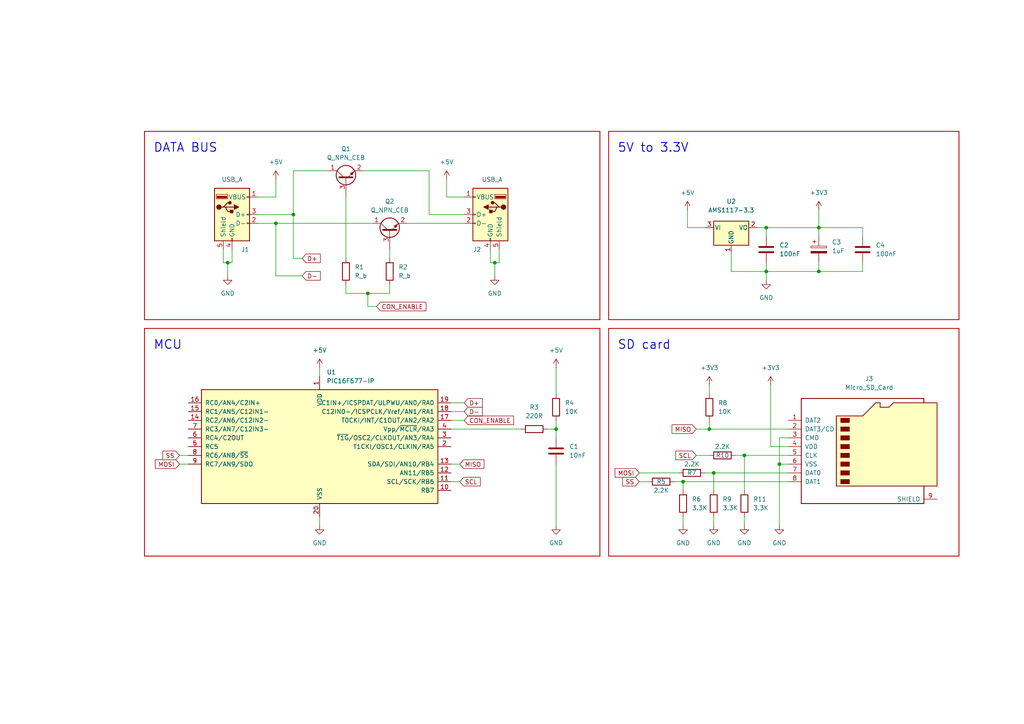
<source format=kicad_sch>
(kicad_sch (version 20211123) (generator eeschema)
  (paper "A4")
  (lib_symbols
    (symbol "Connector:Micro_SD_Card" (pin_names (offset 1.016))
      (property "Reference" "J" (at -16.51 15.24 0))
      (property "Value" "Micro_SD_Card" (at 16.51 15.24 0))
      (symbol "Micro_SD_Card_0_1"
        (rectangle (start -7.62 -9.525) (end -5.08 -10.795) (fill (type outline)))
        (rectangle (start -7.62 -6.985) (end -5.08 -8.255) (fill (type outline)))
        (rectangle (start -7.62 -4.445) (end -5.08 -5.715) (fill (type outline)))
        (rectangle (start -7.62 -1.905) (end -5.08 -3.175) (fill (type outline)))
        (rectangle (start -7.62 0.635) (end -5.08 -0.635) (fill (type outline)))
        (rectangle (start -7.62 3.175) (end -5.08 1.905) (fill (type outline)))
        (rectangle (start -7.62 5.715) (end -5.08 4.445) (fill (type outline)))
        (rectangle (start -7.62 8.255) (end -5.08 6.985) (fill (type outline)))
        (polyline (pts (xy 16.51 12.7) (xy 16.51 13.97) (xy -19.05 13.97) (xy -19.05 -16.51) (xy 16.51 -16.51) (xy 16.51 -11.43)) (stroke (width 0.254)))
        (polyline (pts (xy -8.89 -11.43) (xy -8.89 8.89) (xy -1.27 8.89) (xy 2.54 12.7) (xy 3.81 12.7) (xy 3.81 11.43) (xy 6.35 11.43) (xy 7.62 12.7) (xy 20.32 12.7) (xy 20.32 -11.43) (xy -8.89 -11.43)) (stroke (width 0.254)) (fill (type background)))
      )
      (symbol "Micro_SD_Card_1_1"
        (pin bidirectional line (at -22.86 7.62 0) (length 3.81) (name "DAT2") (number "1"))
        (pin bidirectional line (at -22.86 5.08 0) (length 3.81) (name "DAT3/CD") (number "2"))
        (pin input line (at -22.86 2.54 0) (length 3.81) (name "CMD") (number "3"))
        (pin power_in line (at -22.86 0 0) (length 3.81) (name "VDD") (number "4"))
        (pin input line (at -22.86 -2.54 0) (length 3.81) (name "CLK") (number "5"))
        (pin power_in line (at -22.86 -5.08 0) (length 3.81) (name "VSS") (number "6"))
        (pin bidirectional line (at -22.86 -7.62 0) (length 3.81) (name "DAT0") (number "7"))
        (pin bidirectional line (at -22.86 -10.16 0) (length 3.81) (name "DAT1") (number "8"))
        (pin passive line (at 20.32 -15.24 180) (length 3.81) (name "SHIELD") (number "9"))
      )
    )
    (symbol "Connector:USB_A" (pin_names (offset 1.016))
      (property "Reference" "J" (at -5.08 11.43 0))
      (property "Value" "USB_A" (at -5.08 8.89 0))
      (symbol "USB_A_0_1"
        (rectangle (start -5.08 -7.62) (end 5.08 7.62) (stroke (width 0.254)) (fill (type background)))
        (circle (center -3.81 2.159) (radius 0.635) (stroke (width 0.254)) (fill (type outline)))
        (rectangle (start -1.524 4.826) (end -4.318 5.334) (fill (type outline)))
        (rectangle (start -1.27 4.572) (end -4.572 5.842))
        (circle (center -0.635 3.429) (radius 0.381) (stroke (width 0.254)) (fill (type outline)))
        (rectangle (start -0.127 -7.62) (end 0.127 -6.858))
        (polyline (pts (xy -3.175 2.159) (xy -2.54 2.159) (xy -1.27 3.429) (xy -0.635 3.429)) (stroke (width 0.254)))
        (polyline (pts (xy -2.54 2.159) (xy -1.905 2.159) (xy -1.27 0.889) (xy 0 0.889)) (stroke (width 0.254)))
        (polyline (pts (xy 0.635 2.794) (xy 0.635 1.524) (xy 1.905 2.159) (xy 0.635 2.794)) (stroke (width 0.254)) (fill (type outline)))
        (rectangle (start 0.254 1.27) (end -0.508 0.508) (stroke (width 0.254)) (fill (type outline)))
        (rectangle (start 5.08 -2.667) (end 4.318 -2.413))
        (rectangle (start 5.08 -0.127) (end 4.318 0.127))
        (rectangle (start 5.08 4.953) (end 4.318 5.207))
      )
      (symbol "USB_A_1_1"
        (polyline (pts (xy -1.905 2.159) (xy 0.635 2.159)) (stroke (width 0.254)))
        (pin power_in line (at 7.62 5.08 180) (length 2.54) (name "VBUS") (number "1"))
        (pin bidirectional line (at 7.62 -2.54 180) (length 2.54) (name "D-") (number "2"))
        (pin bidirectional line (at 7.62 0 180) (length 2.54) (name "D+") (number "3"))
        (pin power_in line (at 0 -10.16 90) (length 2.54) (name "GND") (number "4"))
        (pin passive line (at -2.54 -10.16 90) (length 2.54) (name "Shield") (number "5"))
      )
    )
    (symbol "Device:C" (pin_numbers hide) (pin_names (offset 0.254))
      (property "Reference" "C" (at 0.635 2.54 0))
      (property "Value" "C" (at 0.635 -2.54 0))
      (symbol "C_0_1"
        (polyline (pts (xy -2.032 -0.762) (xy 2.032 -0.762)) (stroke (width 0.508)))
        (polyline (pts (xy -2.032 0.762) (xy 2.032 0.762)) (stroke (width 0.508)))
      )
      (symbol "C_1_1"
        (pin passive line (at 0 3.81 270) (length 2.794) (name "~") (number "1"))
        (pin passive line (at 0 -3.81 90) (length 2.794) (name "~") (number "2"))
      )
    )
    (symbol "Device:C_Polarized" (pin_numbers hide) (pin_names (offset 0.254))
      (property "Reference" "C" (at 0.635 2.54 0))
      (property "Value" "C_Polarized" (at 0.635 -2.54 0))
      (symbol "C_Polarized_0_1"
        (rectangle (start -2.286 0.508) (end 2.286 1.016))
        (polyline (pts (xy -1.778 2.286) (xy -0.762 2.286)))
        (polyline (pts (xy -1.27 2.794) (xy -1.27 1.778)))
        (rectangle (start 2.286 -0.508) (end -2.286 -1.016) (fill (type outline)))
      )
      (symbol "C_Polarized_1_1"
        (pin passive line (at 0 3.81 270) (length 2.794) (name "~") (number "1"))
        (pin passive line (at 0 -3.81 90) (length 2.794) (name "~") (number "2"))
      )
    )
    (symbol "Device:Q_NPN_CEB" (pin_names (offset 0) hide)
      (property "Reference" "Q" (at 5.08 1.27 0))
      (property "Value" "Q_NPN_CEB" (at 5.08 -1.27 0))
      (symbol "Q_NPN_CEB_0_1"
        (polyline (pts (xy 0.635 0.635) (xy 2.54 2.54)))
        (polyline (pts (xy 0.635 -0.635) (xy 2.54 -2.54) (xy 2.54 -2.54)))
        (polyline (pts (xy 0.635 1.905) (xy 0.635 -1.905) (xy 0.635 -1.905)) (stroke (width 0.508)))
        (polyline (pts (xy 1.27 -1.778) (xy 1.778 -1.27) (xy 2.286 -2.286) (xy 1.27 -1.778) (xy 1.27 -1.778)) (fill (type outline)))
        (circle (center 1.27 0) (radius 2.8194) (stroke (width 0.254)))
      )
      (symbol "Q_NPN_CEB_1_1"
        (pin passive line (at 2.54 5.08 270) (length 2.54) (name "C") (number "1"))
        (pin passive line (at 2.54 -5.08 90) (length 2.54) (name "E") (number "2"))
        (pin input line (at -5.08 0 0) (length 5.715) (name "B") (number "3"))
      )
    )
    (symbol "Device:R" (pin_numbers hide) (pin_names (offset 0))
      (property "Reference" "R" (at 2.032 0 90))
      (property "Value" "R" (at 0 0 90))
      (symbol "R_0_1"
        (rectangle (start -1.016 -2.54) (end 1.016 2.54) (stroke (width 0.254)))
      )
      (symbol "R_1_1"
        (pin passive line (at 0 3.81 270) (length 1.27) (name "~") (number "1"))
        (pin passive line (at 0 -3.81 90) (length 1.27) (name "~") (number "2"))
      )
    )
    (symbol "MCU_Microchip_PIC16:PIC16F677-IP" (pin_names (offset 1.016))
      (property "Reference" "U" (at 17.78 20.32 0))
      (property "Value" "PIC16F677-IP" (at 17.78 17.78 0))
      (symbol "PIC16F677-IP_0_1"
        (rectangle (start -34.29 16.51) (end 34.29 -16.51) (stroke (width 0.254)) (fill (type background)))
      )
      (symbol "PIC16F677-IP_1_1"
        (pin power_in line (at 0 20.32 270) (length 3.81) (name "VDD") (number "1"))
        (pin bidirectional line (at 38.1 -12.7 180) (length 3.81) (name "RB7") (number "10"))
        (pin bidirectional line (at 38.1 -10.16 180) (length 3.81) (name "SCL/SCK/RB6") (number "11"))
        (pin bidirectional line (at 38.1 -7.62 180) (length 3.81) (name "AN11/RB5") (number "12"))
        (pin bidirectional line (at 38.1 -5.08 180) (length 3.81) (name "SDA/SDI/AN10/RB4") (number "13"))
        (pin bidirectional line (at -38.1 7.62 0) (length 3.81) (name "RC2/AN6/C12IN2-") (number "14"))
        (pin bidirectional line (at -38.1 10.16 0) (length 3.81) (name "RC1/AN5/C12IN1-") (number "15"))
        (pin bidirectional line (at -38.1 12.7 0) (length 3.81) (name "RC0/AN4/C2IN+") (number "16"))
        (pin bidirectional line (at 38.1 7.62 180) (length 3.81) (name "T0CKI/INT/C1OUT/AN2/RA2") (number "17"))
        (pin bidirectional line (at 38.1 10.16 180) (length 3.81) (name "C12IN0-/ICSPCLK/Vref/AN1/RA1") (number "18"))
        (pin bidirectional line (at 38.1 12.7 180) (length 3.81) (name "C1IN+/ICSPDAT/ULPWU/AN0/RA0") (number "19"))
        (pin bidirectional line (at 38.1 0 180) (length 3.81) (name "T1CKI/OSC1/CLKIN/RA5") (number "2"))
        (pin power_in line (at 0 -20.32 90) (length 3.81) (name "VSS") (number "20"))
        (pin bidirectional line (at 38.1 2.54 180) (length 3.81) (name "~{T1G}/OSC2/CLKOUT/AN3/RA4") (number "3"))
        (pin input line (at 38.1 5.08 180) (length 3.81) (name "Vpp/~{MCLR}/RA3") (number "4"))
        (pin bidirectional line (at -38.1 0 0) (length 3.81) (name "RC5") (number "5"))
        (pin bidirectional line (at -38.1 2.54 0) (length 3.81) (name "RC4/C2OUT") (number "6"))
        (pin bidirectional line (at -38.1 5.08 0) (length 3.81) (name "RC3/AN7/C12IN3-") (number "7"))
        (pin bidirectional line (at -38.1 -2.54 0) (length 3.81) (name "RC6/AN8/~{SS}") (number "8"))
        (pin bidirectional line (at -38.1 -5.08 0) (length 3.81) (name "RC7/AN9/SDO") (number "9"))
      )
    )
    (symbol "Regulator_Linear:AMS1117-3.3" (pin_names (offset 0.254))
      (property "Reference" "U" (at -3.81 3.175 0))
      (property "Value" "AMS1117-3.3" (at 0 3.175 0))
      (symbol "AMS1117-3.3_0_1"
        (rectangle (start -5.08 -5.08) (end 5.08 1.905) (stroke (width 0.254)) (fill (type background)))
      )
      (symbol "AMS1117-3.3_1_1"
        (pin power_in line (at 0 -7.62 90) (length 2.54) (name "GND") (number "1"))
        (pin power_out line (at 7.62 0 180) (length 2.54) (name "VO") (number "2"))
        (pin power_in line (at -7.62 0 0) (length 2.54) (name "VI") (number "3"))
      )
    )
    (symbol "power:+3.3V" (power) (pin_names (offset 0))
      (property "Value" "+3.3V" (at 0 3.556 0))
      (symbol "+3.3V_0_1"
        (polyline (pts (xy -0.762 1.27) (xy 0 2.54)))
        (polyline (pts (xy 0 0) (xy 0 2.54)))
        (polyline (pts (xy 0 2.54) (xy 0.762 1.27)))
      )
      (symbol "+3.3V_1_1"
        (pin power_in line (at 0 0 90) (length 0) hide (name "+3V3") (number "1"))
      )
    )
    (symbol "power:+5V" (power) (pin_names (offset 0))
      (property "Value" "+5V" (at 0 3.556 0))
      (symbol "+5V_0_1"
        (polyline (pts (xy -0.762 1.27) (xy 0 2.54)))
        (polyline (pts (xy 0 0) (xy 0 2.54)))
        (polyline (pts (xy 0 2.54) (xy 0.762 1.27)))
      )
      (symbol "+5V_1_1"
        (pin power_in line (at 0 0 90) (length 0) hide (name "+5V") (number "1"))
      )
    )
    (symbol "power:GND" (power) (pin_names (offset 0))
      (property "Value" "GND" (at 0 -3.81 0))
      (symbol "GND_0_1"
        (polyline (pts (xy 0 0) (xy 0 -1.27) (xy 1.27 -1.27) (xy 0 -2.54) (xy -1.27 -1.27) (xy 0 -1.27)))
      )
      (symbol "GND_1_1"
        (pin power_in line (at 0 0 270) (length 0) hide (name "GND") (number "1"))
      )
    )
  )
  (junction (at 161.29 124.46))
  (junction (at 85.09 62.23))
  (junction (at 237.49 66.04))
  (junction (at 198.12 139.7))
  (junction (at 205.74 124.46))
  (junction (at 237.49 78.74))
  (junction (at 106.68 85.09))
  (junction (at 207.01 137.16))
  (junction (at 66.04 76.2))
  (junction (at 222.25 78.74))
  (junction (at 143.51 76.2))
  (junction (at 222.25 66.04))
  (junction (at 80.01 64.77))
  (junction (at 215.9 132.08))
  (junction (at 226.06 134.62))
  (wire (pts (xy 142.24 72.39) (xy 142.24 76.2)))
  (wire (pts (xy 92.71 149.86) (xy 92.71 152.4)))
  (wire (pts (xy 161.29 124.46) (xy 161.29 127)))
  (polyline (pts (xy 176.53 161.29) (xy 278.13 161.29)) (stroke (width 0.254) (type solid) (color 194 0 0 1)))
  (wire (pts (xy 199.39 60.96) (xy 199.39 66.04)))
  (wire (pts (xy 205.74 124.46) (xy 228.6 124.46)))
  (wire (pts (xy 130.81 116.84) (xy 134.62 116.84)))
  (wire (pts (xy 113.03 85.09) (xy 106.68 85.09)))
  (wire (pts (xy 130.81 124.46) (xy 151.13 124.46)))
  (wire (pts (xy 64.77 76.2) (xy 66.04 76.2)))
  (wire (pts (xy 185.42 139.7) (xy 187.96 139.7)))
  (wire (pts (xy 223.52 111.76) (xy 223.52 129.54)))
  (wire (pts (xy 87.63 74.93) (xy 85.09 74.93)))
  (wire (pts (xy 105.41 49.53) (xy 124.46 49.53)))
  (wire (pts (xy 212.09 78.74) (xy 222.25 78.74)))
  (wire (pts (xy 143.51 76.2) (xy 143.51 80.01)))
  (wire (pts (xy 250.19 66.04) (xy 250.19 68.58)))
  (wire (pts (xy 113.03 72.39) (xy 113.03 74.93)))
  (wire (pts (xy 228.6 127) (xy 226.06 127)))
  (wire (pts (xy 142.24 76.2) (xy 143.51 76.2)))
  (wire (pts (xy 213.36 132.08) (xy 215.9 132.08)))
  (wire (pts (xy 219.71 66.04) (xy 222.25 66.04)))
  (wire (pts (xy 237.49 78.74) (xy 237.49 76.2)))
  (wire (pts (xy 113.03 82.55) (xy 113.03 85.09)))
  (wire (pts (xy 100.33 82.55) (xy 100.33 85.09)))
  (polyline (pts (xy 41.91 95.25) (xy 173.99 95.25)) (stroke (width 0.254) (type solid) (color 194 0 0 1)))
  (polyline (pts (xy 173.99 92.71) (xy 173.99 38.1)) (stroke (width 0.254) (type solid) (color 194 0 0 1)))
  (wire (pts (xy 204.47 137.16) (xy 207.01 137.16)))
  (wire (pts (xy 185.42 137.16) (xy 196.85 137.16)))
  (wire (pts (xy 222.25 78.74) (xy 222.25 81.28)))
  (wire (pts (xy 222.25 78.74) (xy 222.25 76.2)))
  (wire (pts (xy 52.07 132.08) (xy 54.61 132.08)))
  (polyline (pts (xy 41.91 161.29) (xy 173.99 161.29)) (stroke (width 0.254) (type solid) (color 194 0 0 1)))
  (wire (pts (xy 215.9 149.86) (xy 215.9 152.4)))
  (wire (pts (xy 198.12 149.86) (xy 198.12 152.4)))
  (wire (pts (xy 205.74 111.76) (xy 205.74 114.3)))
  (wire (pts (xy 222.25 66.04) (xy 237.49 66.04)))
  (wire (pts (xy 161.29 124.46) (xy 161.29 121.92)))
  (wire (pts (xy 100.33 57.15) (xy 100.33 74.93)))
  (wire (pts (xy 52.07 134.62) (xy 54.61 134.62)))
  (wire (pts (xy 205.74 121.92) (xy 205.74 124.46)))
  (wire (pts (xy 130.81 121.92) (xy 134.62 121.92)))
  (wire (pts (xy 85.09 49.53) (xy 85.09 62.23)))
  (wire (pts (xy 74.93 62.23) (xy 85.09 62.23)))
  (wire (pts (xy 195.58 139.7) (xy 198.12 139.7)))
  (wire (pts (xy 118.11 64.77) (xy 134.62 64.77)))
  (polyline (pts (xy 278.13 92.71) (xy 278.13 38.1)) (stroke (width 0.254) (type solid) (color 194 0 0 1)))
  (wire (pts (xy 250.19 76.2) (xy 250.19 78.74)))
  (wire (pts (xy 64.77 72.39) (xy 64.77 76.2)))
  (wire (pts (xy 124.46 62.23) (xy 124.46 49.53)))
  (wire (pts (xy 226.06 134.62) (xy 226.06 152.4)))
  (wire (pts (xy 237.49 66.04) (xy 237.49 68.58)))
  (wire (pts (xy 124.46 62.23) (xy 134.62 62.23)))
  (wire (pts (xy 95.25 49.53) (xy 85.09 49.53)))
  (polyline (pts (xy 176.53 95.25) (xy 278.13 95.25)) (stroke (width 0.254) (type solid) (color 194 0 0 1)))
  (polyline (pts (xy 41.91 38.1) (xy 41.91 92.71)) (stroke (width 0.254) (type solid) (color 194 0 0 1)))
  (wire (pts (xy 161.29 106.68) (xy 161.29 114.3)))
  (wire (pts (xy 212.09 73.66) (xy 212.09 78.74)))
  (wire (pts (xy 74.93 57.15) (xy 80.01 57.15)))
  (wire (pts (xy 143.51 76.2) (xy 144.78 76.2)))
  (wire (pts (xy 85.09 74.93) (xy 85.09 62.23)))
  (wire (pts (xy 201.93 124.46) (xy 205.74 124.46)))
  (wire (pts (xy 144.78 76.2) (xy 144.78 72.39)))
  (wire (pts (xy 161.29 134.62) (xy 161.29 152.4)))
  (wire (pts (xy 237.49 78.74) (xy 250.19 78.74)))
  (wire (pts (xy 226.06 134.62) (xy 228.6 134.62)))
  (wire (pts (xy 198.12 139.7) (xy 228.6 139.7)))
  (wire (pts (xy 198.12 139.7) (xy 198.12 142.24)))
  (wire (pts (xy 207.01 149.86) (xy 207.01 152.4)))
  (wire (pts (xy 207.01 142.24) (xy 207.01 137.16)))
  (wire (pts (xy 80.01 80.01) (xy 87.63 80.01)))
  (wire (pts (xy 223.52 129.54) (xy 228.6 129.54)))
  (wire (pts (xy 106.68 88.9) (xy 106.68 85.09)))
  (polyline (pts (xy 173.99 161.29) (xy 173.99 95.25)) (stroke (width 0.254) (type solid) (color 194 0 0 1)))
  (polyline (pts (xy 41.91 95.25) (xy 41.91 161.29)) (stroke (width 0.254) (type solid) (color 194 0 0 1)))
  (wire (pts (xy 130.81 139.7) (xy 133.35 139.7)))
  (wire (pts (xy 80.01 64.77) (xy 107.95 64.77)))
  (wire (pts (xy 226.06 127) (xy 226.06 134.62)))
  (wire (pts (xy 66.04 76.2) (xy 67.31 76.2)))
  (wire (pts (xy 201.93 132.08) (xy 205.74 132.08)))
  (wire (pts (xy 106.68 85.09) (xy 100.33 85.09)))
  (wire (pts (xy 237.49 66.04) (xy 237.49 60.96)))
  (wire (pts (xy 109.22 88.9) (xy 106.68 88.9)))
  (wire (pts (xy 130.81 119.38) (xy 134.62 119.38)))
  (wire (pts (xy 80.01 64.77) (xy 80.01 80.01)))
  (wire (pts (xy 92.71 106.68) (xy 92.71 109.22)))
  (polyline (pts (xy 41.91 92.71) (xy 173.99 92.71)) (stroke (width 0.254) (type solid) (color 194 0 0 1)))
  (polyline (pts (xy 176.53 92.71) (xy 278.13 92.71)) (stroke (width 0.254) (type solid) (color 194 0 0 1)))
  (wire (pts (xy 67.31 76.2) (xy 67.31 72.39)))
  (polyline (pts (xy 41.91 38.1) (xy 173.99 38.1)) (stroke (width 0.254) (type solid) (color 194 0 0 1)))
  (wire (pts (xy 215.9 132.08) (xy 215.9 142.24)))
  (wire (pts (xy 74.93 64.77) (xy 80.01 64.77)))
  (wire (pts (xy 130.81 134.62) (xy 133.35 134.62)))
  (polyline (pts (xy 176.53 95.25) (xy 176.53 161.29)) (stroke (width 0.254) (type solid) (color 194 0 0 1)))
  (wire (pts (xy 222.25 66.04) (xy 222.25 68.58)))
  (wire (pts (xy 158.75 124.46) (xy 161.29 124.46)))
  (wire (pts (xy 215.9 132.08) (xy 228.6 132.08)))
  (wire (pts (xy 237.49 66.04) (xy 250.19 66.04)))
  (wire (pts (xy 129.54 52.07) (xy 129.54 57.15)))
  (polyline (pts (xy 176.53 38.1) (xy 278.13 38.1)) (stroke (width 0.254) (type solid) (color 194 0 0 1)))
  (wire (pts (xy 66.04 76.2) (xy 66.04 80.01)))
  (wire (pts (xy 129.54 57.15) (xy 134.62 57.15)))
  (wire (pts (xy 199.39 66.04) (xy 204.47 66.04)))
  (polyline (pts (xy 176.53 38.1) (xy 176.53 92.71)) (stroke (width 0.254) (type solid) (color 194 0 0 1)))
  (wire (pts (xy 222.25 78.74) (xy 237.49 78.74)))
  (wire (pts (xy 80.01 52.07) (xy 80.01 57.15)))
  (wire (pts (xy 207.01 137.16) (xy 228.6 137.16)))
  (polyline (pts (xy 278.13 161.29) (xy 278.13 95.25)) (stroke (width 0.254) (type solid) (color 194 0 0 1)))
  (text "DATA BUS" (at 44.45 44.45 0) (effects (font (size 2.54 2.54) (thickness 0.254) bold) (justify left bottom)))
  (text "MCU" (at 44.45 101.6 0) (effects (font (size 2.54 2.54) (thickness 0.254) bold) (justify left bottom)))
  (text "5V to 3.3V" (at 179.07 44.45 0) (effects (font (size 2.54 2.54) (thickness 0.254) bold) (justify left bottom)))
  (text "SD card" (at 179.07 101.6 0) (effects (font (size 2.54 2.54) (thickness 0.254) bold) (justify left bottom)))
  (global_label "SS" (shape input) (at 52.07 132.08 180) (property "Intersheet References" "${INTERSHEET_REFS}" (effects hide)))
  (global_label "SCL" (shape input) (at 201.93 132.08 180) (property "Intersheet References" "${INTERSHEET_REFS}" (effects hide)))
  (global_label "D+" (shape input) (at 134.62 116.84 0) (property "Intersheet References" "${INTERSHEET_REFS}" (effects hide)))
  (global_label "CON_ENABLE" (shape input) (at 109.22 88.9 0) (property "Intersheet References" "${INTERSHEET_REFS}" (effects hide)))
  (global_label "D+" (shape input) (at 87.63 74.93 0) (property "Intersheet References" "${INTERSHEET_REFS}" (effects hide)))
  (global_label "MISO" (shape input) (at 133.35 134.62 0) (property "Intersheet References" "${INTERSHEET_REFS}" (effects hide)))
  (global_label "MOSI" (shape input) (at 52.07 134.62 180) (property "Intersheet References" "${INTERSHEET_REFS}" (effects hide)))
  (global_label "SCL" (shape input) (at 133.35 139.7 0) (property "Intersheet References" "${INTERSHEET_REFS}" (effects hide)))
  (global_label "D-" (shape input) (at 87.63 80.01 0) (property "Intersheet References" "${INTERSHEET_REFS}" (effects hide)))
  (global_label "D-" (shape input) (at 134.62 119.38 0) (property "Intersheet References" "${INTERSHEET_REFS}" (effects hide)))
  (global_label "MISO" (shape input) (at 201.93 124.46 180) (property "Intersheet References" "${INTERSHEET_REFS}" (effects hide)))
  (global_label "MOSI" (shape input) (at 185.42 137.16 180) (property "Intersheet References" "${INTERSHEET_REFS}" (effects hide)))
  (global_label "SS" (shape input) (at 185.42 139.7 180) (property "Intersheet References" "${INTERSHEET_REFS}" (effects hide)))
  (global_label "CON_ENABLE" (shape input) (at 134.62 121.92 0) (property "Intersheet References" "${INTERSHEET_REFS}" (effects hide)))
  (symbol (lib_id "Device:C_Polarized") (at 237.49 72.39 0) (unit 1)
    (property "Reference" "C3" (at 241.3 70.2309 0) (effects (justify left)))
    (property "Value" "1uF" (at 241.3 72.7709 0) (effects (justify left)))
  )
  (symbol (lib_id "Device:R") (at 198.12 146.05 0) (unit 1)
    (property "Reference" "R6" (at 200.66 144.7799 0) (effects (justify left)))
    (property "Value" "3.3K" (at 200.66 147.3199 0) (effects (justify left)))
  )
  (symbol (lib_id "power:+5V") (at 199.39 60.96 0) (unit 1)
    (property "Reference" "#PWR010" (effects hide))
    (property "Value" "+5V" (at 199.39 55.88 0))
  )
  (symbol (lib_id "Device:R") (at 100.33 78.74 180) (unit 1)
    (property "Reference" "R1" (at 102.87 77.4699 0) (effects (justify right)))
    (property "Value" "R_b" (at 102.87 80.0099 0) (effects (justify right)))
  )
  (symbol (lib_id "power:GND") (at 198.12 152.4 0) (unit 1)
    (property "Reference" "#PWR09" (effects hide))
    (property "Value" "GND" (at 198.12 157.48 0))
  )
  (symbol (lib_id "Device:R") (at 205.74 118.11 0) (unit 1)
    (property "Reference" "R8" (at 208.28 116.8399 0) (effects (justify left)))
    (property "Value" "10K" (at 208.28 119.3799 0) (effects (justify left)))
  )
  (symbol (lib_id "Device:R") (at 209.55 132.08 90) (unit 1)
    (property "Reference" "R10" (at 209.55 132.08 90))
    (property "Value" "2.2K" (at 209.55 129.54 90))
  )
  (symbol (lib_id "Device:R") (at 215.9 146.05 0) (unit 1)
    (property "Reference" "R11" (at 218.44 144.7799 0) (effects (justify left)))
    (property "Value" "3.3K" (at 218.44 147.3199 0) (effects (justify left)))
  )
  (symbol (lib_id "power:GND") (at 226.06 152.4 0) (unit 1)
    (property "Reference" "#PWR016" (effects hide))
    (property "Value" "GND" (at 226.06 157.48 0))
  )
  (symbol (lib_id "Device:R") (at 161.29 118.11 180) (unit 1)
    (property "Reference" "R4" (at 163.83 116.8399 0) (effects (justify right)))
    (property "Value" "10K" (at 163.83 119.3799 0) (effects (justify right)))
  )
  (symbol (lib_id "Device:R") (at 207.01 146.05 0) (unit 1)
    (property "Reference" "R9" (at 209.55 144.7799 0) (effects (justify left)))
    (property "Value" "3.3K" (at 209.55 147.3199 0) (effects (justify left)))
  )
  (symbol (lib_id "power:GND") (at 222.25 81.28 0) (unit 1)
    (property "Reference" "#PWR014" (effects hide))
    (property "Value" "GND" (at 222.25 86.36 0))
  )
  (symbol (lib_id "Device:C") (at 161.29 130.81 0) (unit 1)
    (property "Reference" "C1" (at 165.1 129.5399 0) (effects (justify left)))
    (property "Value" "10nF" (at 165.1 132.08 0) (effects (justify left)))
  )
  (symbol (lib_id "Device:R") (at 200.66 137.16 90) (unit 1)
    (property "Reference" "R7" (at 200.66 137.16 90))
    (property "Value" "2.2K" (at 200.66 134.62 90))
  )
  (symbol (lib_id "power:GND") (at 143.51 80.01 0) (unit 1)
    (property "Reference" "#PWR06" (effects hide))
    (property "Value" "GND" (at 143.51 85.09 0))
  )
  (symbol (lib_id "Connector:Micro_SD_Card") (at 251.46 129.54 0) (unit 1)
    (property "Reference" "J3" (at 252.095 109.855 0))
    (property "Value" "Micro_SD_Card" (at 252.095 112.395 0))
    (property "Datasheet" "http://katalog.we-online.de/em/datasheet/693072010801.pdf" (effects hide))
  )
  (symbol (lib_id "Device:C") (at 222.25 72.39 0) (unit 1)
    (property "Reference" "C2" (at 226.06 71.1199 0) (effects (justify left)))
    (property "Value" "100nF" (at 226.06 73.66 0) (effects (justify left)))
  )
  (symbol (lib_id "power:+3.3V") (at 237.49 60.96 0) (unit 1)
    (property "Reference" "#PWR017" (effects hide))
    (property "Value" "+3.3V" (at 237.49 55.88 0))
  )
  (symbol (lib_id "power:+3.3V") (at 223.52 111.76 0) (unit 1)
    (property "Reference" "#PWR015" (effects hide))
    (property "Value" "+3.3V" (at 223.52 106.68 0))
  )
  (symbol (lib_id "Device:R") (at 113.03 78.74 180) (unit 1)
    (property "Reference" "R2" (at 115.57 77.4699 0) (effects (justify right)))
    (property "Value" "R_b" (at 115.57 80.0099 0) (effects (justify right)))
  )
  (symbol (lib_id "Connector:USB_A") (at 67.31 62.23 0) (unit 1)
    (property "Reference" "J1" (at 71.12 72.39 0))
    (property "Value" "USB_A" (at 67.31 52.07 0))
    (property "Datasheet" " ~" (effects hide))
  )
  (symbol (lib_id "Regulator_Linear:AMS1117-3.3") (at 212.09 66.04 0) (unit 1)
    (property "Reference" "U2" (at 212.09 58.42 0))
    (property "Value" "AMS1117-3.3" (at 212.09 60.96 0))
    (property "Footprint" "Package_TO_SOT_SMD:SOT-223-3_TabPin2" (effects hide))
    (property "Datasheet" "http://www.advanced-monolithic.com/pdf/ds1117.pdf" (effects hide))
  )
  (symbol (lib_id "power:+5V") (at 92.71 106.68 0) (unit 1)
    (property "Reference" "#PWR03" (effects hide))
    (property "Value" "+5V" (at 92.71 101.6 0))
  )
  (symbol (lib_id "Connector:USB_A") (at 142.24 62.23 0) (mirror y) (unit 1)
    (property "Reference" "J2" (at 137.16 72.39 0) (effects (justify right)))
    (property "Value" "USB_A" (at 139.7 52.07 0) (effects (justify right)))
    (property "Datasheet" " ~" (effects hide))
  )
  (symbol (lib_id "power:GND") (at 92.71 152.4 0) (unit 1)
    (property "Reference" "#PWR04" (effects hide))
    (property "Value" "GND" (at 92.71 157.48 0))
  )
  (symbol (lib_id "Device:Q_NPN_CEB") (at 113.03 67.31 90) (unit 1)
    (property "Reference" "Q2" (at 113.03 58.42 90))
    (property "Value" "Q_NPN_CEB" (at 113.03 60.96 90))
  )
  (symbol (lib_id "power:+5V") (at 129.54 52.07 0) (unit 1)
    (property "Reference" "#PWR05" (effects hide))
    (property "Value" "+5V" (at 129.54 46.99 0))
  )
  (symbol (lib_id "power:+5V") (at 80.01 52.07 0) (unit 1)
    (property "Reference" "#PWR02" (effects hide))
    (property "Value" "+5V" (at 80.01 46.99 0))
  )
  (symbol (lib_id "Device:C") (at 250.19 72.39 0) (unit 1)
    (property "Reference" "C4" (at 254 71.1199 0) (effects (justify left)))
    (property "Value" "100nF" (at 254 73.66 0) (effects (justify left)))
  )
  (symbol (lib_id "MCU_Microchip_PIC16:PIC16F677-IP") (at 92.71 129.54 0) (unit 1)
    (property "Reference" "U1" (at 94.7294 107.95 0) (effects (justify left)))
    (property "Value" "PIC16F677-IP" (at 94.7294 110.49 0) (effects (justify left)))
    (property "Datasheet" "http://ww1.microchip.com/downloads/en/DeviceDoc/41262E.pdf" (effects hide))
  )
  (symbol (lib_id "Device:Q_NPN_CEB") (at 100.33 52.07 90) (unit 1)
    (property "Reference" "Q1" (at 100.33 43.18 90))
    (property "Value" "Q_NPN_CEB" (at 100.33 45.72 90))
  )
  (symbol (lib_id "power:GND") (at 215.9 152.4 0) (unit 1)
    (property "Reference" "#PWR013" (effects hide))
    (property "Value" "GND" (at 215.9 157.48 0))
  )
  (symbol (lib_id "power:GND") (at 66.04 80.01 0) (unit 1)
    (property "Reference" "#PWR01" (effects hide))
    (property "Value" "GND" (at 66.04 85.09 0))
  )
  (symbol (lib_id "Device:R") (at 154.94 124.46 90) (unit 1)
    (property "Reference" "R3" (at 154.94 118.11 90))
    (property "Value" "220R" (at 154.94 120.65 90))
  )
  (symbol (lib_id "power:+5V") (at 161.29 106.68 0) (unit 1)
    (property "Reference" "#PWR07" (effects hide))
    (property "Value" "+5V" (at 161.29 101.6 0))
  )
  (symbol (lib_id "power:GND") (at 207.01 152.4 0) (unit 1)
    (property "Reference" "#PWR012" (effects hide))
    (property "Value" "GND" (at 207.01 157.48 0))
  )
  (symbol (lib_id "power:GND") (at 161.29 152.4 0) (unit 1)
    (property "Reference" "#PWR08" (effects hide))
    (property "Value" "GND" (at 161.29 157.48 0))
  )
  (symbol (lib_id "Device:R") (at 191.77 139.7 90) (unit 1)
    (property "Reference" "R5" (at 191.77 139.7 90))
    (property "Value" "2.2K" (at 191.77 142.24 90))
  )
  (symbol (lib_id "power:+3.3V") (at 205.74 111.76 0) (unit 1)
    (property "Reference" "#PWR011" (effects hide))
    (property "Value" "+3.3V" (at 205.74 106.68 0))
  )
)
</source>
